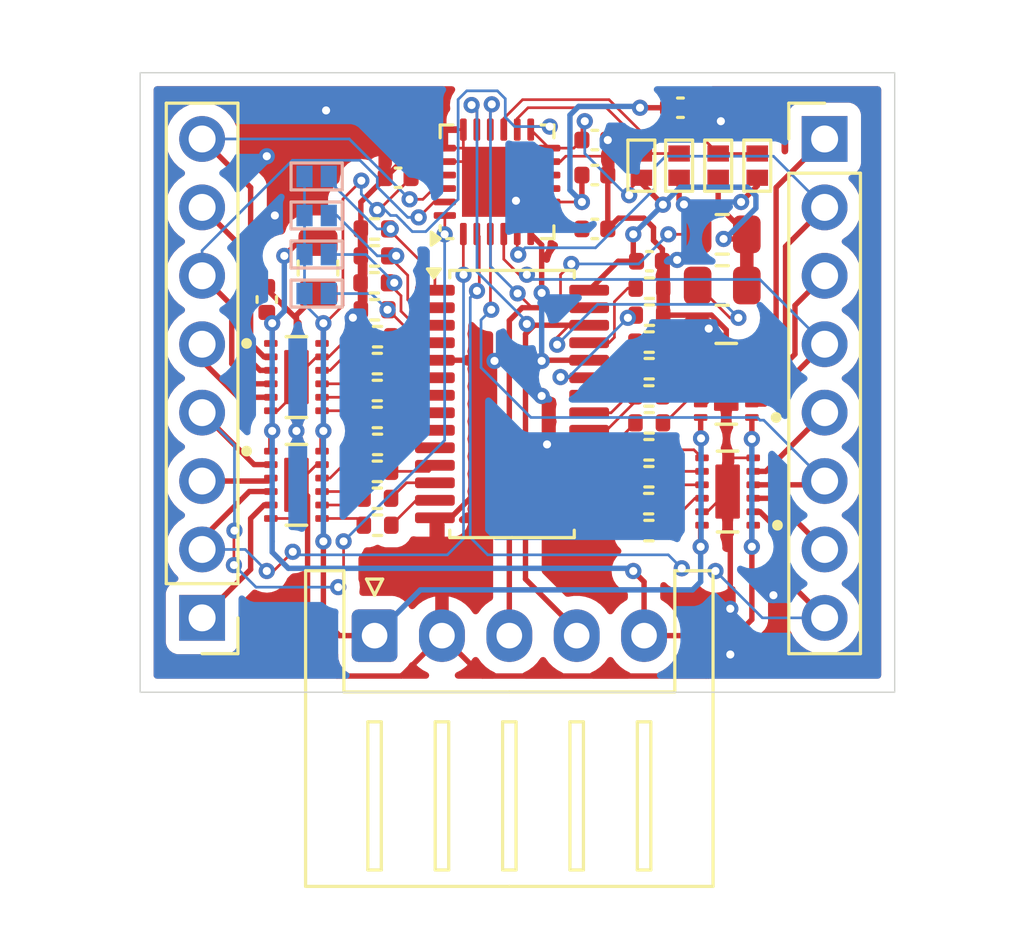
<source format=kicad_pcb>
(kicad_pcb (version 20240108) (generator "pcbnew") (generator_version "8.0")
  (layers (0 "F.Cu" signal) (31 "B.Cu" signal) (34 "B.Paste" user) (35 "F.Paste" user) (36 "B.SilkS" user "B.Silkscreen") (37 "F.SilkS" user "F.Silkscreen") (38 "B.Mask" user) (39 "F.Mask" user) (44 "Edge.Cuts" user))
  (net 0 "")
  (net 1 "+3V3")
  (net 2 "+5V")
  (net 3 "Net-(U2-VREF)")
  (net 4 "Net-(U2-REFCOMP)")
  (net 5 "SCL")
  (net 6 "SDA")
  (net 7 "EOUT1")
  (net 8 "Net-(J3-Pin_7)")
  (net 9 "GOUT1")
  (net 10 "FOUT1")
  (net 11 "Net-(J3-Pin_1)")
  (net 12 "Net-(J3-Pin_5)")
  (net 13 "HOUT1")
  (net 14 "Net-(J3-Pin_3)")
  (net 15 "A0")
  (net 16 "A1")
  (net 17 "A2")
  (net 18 "A3")
  (net 19 "A4")
  (net 20 "BOUT1")
  (net 21 "AOUT1")
  (net 22 "COUT1")
  (net 23 "DOUT1")
  (net 24 "Net-(U1-#OE)")
  (net 25 "Net-(U1-EXTCLK)")
  (net 26 "Net-(U1-PWM0)")
  (net 27 "AIN1")
  (net 28 "AIN2")
  (net 29 "Net-(U1-PWM1)")
  (net 30 "BIN1")
  (net 31 "Net-(U1-PWM2)")
  (net 32 "Net-(U1-PWM3)")
  (net 33 "BIN2")
  (net 34 "Net-(U1-PWM4)")
  (net 35 "CIN1")
  (net 36 "CIN2")
  (net 37 "Net-(U1-PWM5)")
  (net 38 "DIN1")
  (net 39 "Net-(U1-PWM6)")
  (net 40 "Net-(U1-PWM7)")
  (net 41 "DIN2")
  (net 42 "EIN1")
  (net 43 "Net-(U1-PWM8)")
  (net 44 "EIN2")
  (net 45 "Net-(U1-PWM9)")
  (net 46 "FIN1")
  (net 47 "Net-(U1-PWM10)")
  (net 48 "Net-(U1-PWM11)")
  (net 49 "FIN2")
  (net 50 "Net-(U1-PWM12)")
  (net 51 "GIN1")
  (net 52 "GIN2")
  (net 53 "Net-(U1-PWM13)")
  (net 54 "HIN1")
  (net 55 "Net-(U1-PWM14)")
  (net 56 "Net-(U1-PWM15)")
  (net 57 "HIN2")
  (net 58 "AD1")
  (net 59 "AD0")
  (net 60 "Net-(J6-Pin_1)")
  (net 61 "Net-(J6-Pin_7)")
  (net 62 "Net-(J6-Pin_5)")
  (net 63 "Net-(J6-Pin_3)")
  (footprint "test_foot:jumper" (layer "F.Cu") (at 153.3 55.7 -90)
    (property "Reference" "JP7" (hide yes))
    (property "Value" "SolderJumper_2_Open" (hide yes))
  )
  (footprint "Resistor_SMD:R_0805_2012Metric" (layer "F.Cu") (at 156.3 60.1 180)
    (property "Reference" "R26" (hide yes))
    (property "Value" "4.7kΩ" (hide yes))
  )
  (footprint "Resistor_SMD:R_0402_1005Metric" (layer "F.Cu") (at 153.6 61.2)
    (property "Reference" "R1" (hide yes))
    (property "Value" "10kΩ" (hide yes))
  )
  (footprint "Resistor_SMD:R_0402_1005Metric" (layer "F.Cu") (at 143.4 58)
    (property "Reference" "R19" (hide yes))
    (property "Value" "10kΩ" (hide yes))
  )
  (footprint "Resistor_SMD:R_0402_1005Metric" (layer "F.Cu") (at 153.59 62.2)
    (property "Reference" "R18" (hide yes))
    (property "Value" "220Ω" (hide yes))
  )
  (footprint "test_foot:jumper" (layer "F.Cu") (at 157.6 55.6 90)
    (property "Reference" "JP6" (hide yes))
    (property "Value" "SolderJumper_2_Open" (hide yes))
  )
  (footprint "DRV8835DSSR:SON50P300X200X80-13N" (layer "F.Cu") (at 140.5 63.5)
    (property "Reference" "U3" (hide yes))
    (property "Value" "~")
  )
  (footprint "Resistor_SMD:R_0402_1005Metric" (layer "F.Cu") (at 153.58 64.2)
    (property "Reference" "R16" (hide yes))
    (property "Value" "220Ω" (hide yes))
  )
  (footprint "Resistor_SMD:R_0402_1005Metric" (layer "F.Cu") (at 143.5 63 180)
    (property "Reference" "R4" (hide yes))
    (property "Value" "220Ω" (hide yes))
  )
  (footprint "Connector_PinHeader_2.54mm:PinHeader_1x08_P2.54mm_Vertical" (layer "F.Cu") (at 137 72.44 180)
    (property "Reference" "J6" (hide yes))
    (property "Value" "Conn_02x04_Top_Bottom" (hide yes))
  )
  (footprint "Connector_PinHeader_2.54mm:PinHeader_1x08_P2.54mm_Vertical" (layer "F.Cu") (at 160.1 54.66)
    (property "Reference" "J3" (hide yes))
    (property "Value" "Conn_02x04_Top_Bottom" (hide yes))
  )
  (footprint "DRV8835DSSR:SON50P300X200X80-13N" (layer "F.Cu") (at 156.45 63.75 180)
    (property "Reference" "U6" (hide yes))
    (property "Value" "~")
  )
  (footprint "Capacitor_SMD:C_0402_1005Metric" (layer "F.Cu") (at 151.57375 54.7)
    (property "Reference" "C5" (hide yes))
    (property "Value" "0.1u" (hide yes))
  )
  (footprint "Resistor_SMD:R_0402_1005Metric" (layer "F.Cu") (at 143.51 62 180)
    (property "Reference" "R3" (hide yes))
    (property "Value" "220Ω" (hide yes))
  )
  (footprint "DRV8835DSSR:SON50P300X200X80-13N" (layer "F.Cu") (at 156.5 67.75 180)
    (property "Reference" "U5" (hide yes))
    (property "Value" "~")
  )
  (footprint "Capacitor_SMD:C_0402_1005Metric" (layer "F.Cu") (at 139.4 60.62 90)
    (property "Reference" "C3" (hide yes))
    (property "Value" "10u" (hide yes))
  )
  (footprint "Resistor_SMD:R_0402_1005Metric" (layer "F.Cu") (at 153.58 66.2)
    (property "Reference" "R14" (hide yes))
    (property "Value" "220Ω" (hide yes))
  )
  (footprint "Resistor_SMD:R_0402_1005Metric" (layer "F.Cu") (at 143.39 60)
    (property "Reference" "R21" (hide yes))
    (property "Value" "10kΩ" (hide yes))
  )
  (footprint "Resistor_SMD:R_0402_1005Metric" (layer "F.Cu") (at 153.58 69.2)
    (property "Reference" "R11" (hide yes))
    (property "Value" "220Ω" (hide yes))
  )
  (footprint "Package_SO:TSSOP-28_4.4x9.7mm_P0.65mm" (layer "F.Cu") (at 148.5 64.5)
    (property "Reference" "U1" (hide yes))
    (property "Value" "PCA9685" (hide yes))
  )
  (footprint "Resistor_SMD:R_0402_1005Metric" (layer "F.Cu") (at 143.5 64 180)
    (property "Reference" "R5" (hide yes))
    (property "Value" "220Ω" (hide yes))
  )
  (footprint "Resistor_SMD:R_0402_1005Metric" (layer "F.Cu") (at 153.59 65.2)
    (property "Reference" "R15" (hide yes))
    (property "Value" "220Ω" (hide yes))
  )
  (footprint "test_foot:jumper" (layer "F.Cu") (at 156.15 55.6 90)
    (property "Reference" "JP5" (hide yes))
    (property "Value" "SolderJumper_2_Open" (hide yes))
  )
  (footprint "Resistor_SMD:R_0805_2012Metric" (layer "F.Cu") (at 156.3 58.2 180)
    (property "Reference" "R25" (hide yes))
    (property "Value" "4.7kΩ" (hide yes))
  )
  (footprint "Capacitor_SMD:C_0402_1005Metric" (layer "F.Cu") (at 153.6 59.2)
    (property "Reference" "C1" (hide yes))
    (property "Value" "10u" (hide yes))
  )
  (footprint "Resistor_SMD:R_0402_1005Metric" (layer "F.Cu") (at 153.58 67.2)
    (property "Reference" "R13" (hide yes))
    (property "Value" "220Ω" (hide yes))
  )
  (footprint "Resistor_SMD:R_0402_1005Metric" (layer "F.Cu") (at 143.5 67 180)
    (property "Reference" "R8" (hide yes))
    (property "Value" "220Ω" (hide yes))
  )
  (footprint "Resistor_SMD:R_0402_1005Metric" (layer "F.Cu") (at 143.5 68 180)
    (property "Reference" "R9" (hide yes))
    (property "Value" "220Ω" (hide yes))
  )
  (footprint "Capacitor_SMD:C_0402_1005Metric" (layer "F.Cu") (at 151.57375 56)
    (property "Reference" "C7" (hide yes))
    (property "Value" "0.1u" (hide yes))
  )
  (footprint "Resistor_SMD:R_0402_1005Metric" (layer "F.Cu") (at 143.51 69 180)
    (property "Reference" "R10" (hide yes))
    (property "Value" "220Ω" (hide yes))
  )
  (footprint "Capacitor_SMD:C_0402_1005Metric" (layer "F.Cu") (at 144.27375 56.1 180)
    (property "Reference" "C4" (hide yes))
    (property "Value" "10u" (hide yes))
  )
  (footprint "Package_DFN_QFN:QFN-24-1EP_4x4mm_P0.5mm_EP2.6x2.6mm" (layer "F.Cu") (at 147.94375 56.25 90)
    (property "Reference" "U2" (hide yes))
    (property "Value" "LTC2309xUF" (hide yes))
  )
  (footprint "Connector_JST:JST_XH_S5B-XH-A_1x05_P2.50mm_Horizontal" (layer "F.Cu") (at 143.4 73.1)
    (property "Reference" "J1" (hide yes))
    (property "Value" "Conn_01x05_Pin" (hide yes))
  )
  (footprint "Capacitor_SMD:C_0805_2012Metric" (layer "F.Cu") (at 141.3 59.45 -90)
    (property "Reference" "C2" (hide yes))
    (property "Value" "47u" (hide yes))
  )
  (footprint "Resistor_SMD:R_0402_1005Metric" (layer "F.Cu") (at 153.57 68.2)
    (property "Reference" "R12" (hide yes))
    (property "Value" "220Ω" (hide yes))
  )
  (footprint "test_foot:jumper" (layer "F.Cu") (at 154.7 55.6 90)
    (property "Reference" "JP8" (hide yes))
    (property "Value" "SolderJumper_2_Open" (hide yes))
  )
  (footprint "Resistor_SMD:R_0402_1005Metric" (layer "F.Cu") (at 143.5 65 180)
    (property "Reference" "R6" (hide yes))
    (property "Value" "220Ω" (hide yes))
  )
  (footprint "Resistor_SMD:R_0402_1005Metric" (layer "F.Cu") (at 143.4 59)
    (property "Reference" "R20" (hide yes))
    (property "Value" "10kΩ" (hide yes))
  )
  (footprint "Capacitor_SMD:C_0402_1005Metric" (layer "F.Cu") (at 154.75 53.5)
    (property "Reference" "C8" (hide yes))
    (property "Value" "10u")
  )
  (footprint "Resistor_SMD:R_0402_1005Metric" (layer "F.Cu") (at 153.6 60.2)
    (property "Reference" "R2" (hide yes))
    (property "Value" "10kΩ" (hide yes))
  )
  (footprint "Resistor_SMD:R_0402_1005Metric" (layer "F.Cu") (at 143.4 61)
    (property "Reference" "R22" (hide yes))
    (property "Value" "10kΩ" (hide yes))
  )
  (footprint "Capacitor_SMD:C_0402_1005Metric" (layer "F.Cu") (at 151.57375 58)
    (property "Reference" "C6" (hide yes))
    (property "Value" "2.2u" (hide yes))
  )
  (footprint "Resistor_SMD:R_0402_1005Metric" (layer "F.Cu") (at 143.51 66 180)
    (property "Reference" "R7" (hide yes))
    (property "Value" "220Ω" (hide yes))
  )
  (footprint "Resistor_SMD:R_0402_1005Metric" (layer "F.Cu") (at 153.59 63.19)
    (property "Reference" "R17" (hide yes))
    (property "Value" "220Ω" (hide yes))
  )
  (footprint "DRV8835DSSR:SON50P300X200X80-13N" (layer "F.Cu") (at 140.5 67.5)
    (property "Reference" "U4" (hide yes))
    (property "Value" "~")
  )
  (footprint "test_foot:jumper" (layer "B.Cu") (at 141.3 57.5)
    (property "Reference" "JP2" (hide yes))
    (property "Value" "SolderJumper_2_Open" (hide yes))
  )
  (footprint "test_foot:jumper" (layer "B.Cu") (at 141.3 60.4)
    (property "Reference" "JP4" (hide yes))
    (property "Value" "SolderJumper_2_Open" (hide yes))
  )
  (footprint "test_foot:jumper" (layer "B.Cu") (at 141.3 56.05)
    (property "Reference" "JP1" (hide yes))
    (property "Value" "SolderJumper_2_Open" (hide yes))
  )
  (footprint "test_foot:jumper" (layer "B.Cu") (at 141.3 58.95)
    (property "Reference" "JP3" (hide yes))
    (property "Value" "SolderJumper_2_Open" (hide yes))
  )
  (gr_rect (start 134.7 52.2) (end 162.7 75.2) (stroke (width 0.05)) (fill none) (layer "Edge.Cuts"))
  (segment (start 142.907966 56.207966) (end 142.225 56.890932) (width 0.1) (layer "F.Cu") (net 1))
  (segment (start 142.225 56.890932) (end 142.225 60.843324) (width 0.1) (layer "F.Cu") (net 1))
  (segment (start 157.2125 58.2) (end 157.2125 60.1) (width 0.5) (layer "F.Cu") (net 1))
  (segment (start 153.12 59.2) (end 152.4375 59.2) (width 0.2) (layer "F.Cu") (net 1))
  (segment (start 149.88125 55) (end 150.79375 55) (width 0.1) (layer "F.Cu") (net 1))
  (segment (start 150.79375 55) (end 151.09375 54.7) (width 0.1) (layer "F.Cu") (net 1))
  (segment (start 149.9 54.2) (end 149.30625 54.2) (width 0.1) (layer "F.Cu") (net 1))
  (segment (start 142.1 73.1) (end 141.5 72.5) (width 0.2) (layer "F.Cu") (net 1))
  (segment (start 151.09375 54.7) (end 151.09375 54.10625) (width 0.1) (layer "F.Cu") (net 1))
  (segment (start 156.15 56.1) (end 156.15 57.1375) (width 0.2) (layer "F.Cu") (net 1))
  (segment (start 153 58.2) (end 153 59.08) (width 0.2) (layer "F.Cu") (net 1))
  (segment (start 155.5 69.8) (end 155.5 69.05) (width 0.2) (layer "F.Cu") (net 1))
  (segment (start 154.1 57.1) (end 153.3 56.3) (width 0.2) (layer "F.Cu") (net 1))
  (segment (start 153 59.08) (end 153.12 59.2) (width 0.2) (layer "F.Cu") (net 1))
  (segment (start 151.09375 54.10625) (end 151.2 54) (width 0.1) (layer "F.Cu") (net 1))
  (segment (start 156.15 57.1375) (end 157.2125 58.2) (width 0.2) (layer "F.Cu") (net 1))
  (segment (start 143.4 73.1) (end 142.1 73.1) (width 0.2) (layer "F.Cu") (net 1))
  (segment (start 155.5 65) (end 155.5 65.761) (width 0.2) (layer "F.Cu") (net 1))
  (segment (start 152.4375 59.2) (end 151.3625 60.275) (width 0.2) (layer "F.Cu") (net 1))
  (segment (start 153.3 56.3) (end 153.3 56.1) (width 0.2) (layer "F.Cu") (net 1))
  (segment (start 141.5 61.5) (end 141.5 62.2) (width 0.2) (layer "F.Cu") (net 1))
  (segment (start 155.5 65.761) (end 155.515 65.776) (width 0.2) (layer "F.Cu") (net 1))
  (segment (start 156.35 58.370774) (end 157.041726 58.370774) (width 0.2) (layer "F.Cu") (net 1))
  (segment (start 143.498527 57.29743) (end 143.55632 57.29743) (width 0.1) (layer "F.Cu") (net 1))
  (segment (start 155.5 69.05) (end 155.55 69) (width 0.2) (layer "F.Cu") (net 1))
  (segment (start 141.5 72.5) (end 141.5 69.6) (width 0.2) (layer "F.Cu") (net 1))
  (segment (start 157.041726 58.370774) (end 157.2125 58.2) (width 0.2) (layer "F.Cu") (net 1))
  (segment (start 152.846446 56.553554) (end 153.3 56.1) (width 0.1) (layer "F.Cu") (net 1))
  (segment (start 149.19375 54.3125) (end 149.88125 55) (width 0.1) (layer "F.Cu") (net 1))
  (segment (start 144.85375 56) (end 144.75375 56.1) (width 0.1) (layer "F.Cu") (net 1))
  (segment (start 149.30625 54.2) (end 149.19375 54.3125) (width 0.1) (layer "F.Cu") (net 1))
  (segment (start 152.846446 56.746446) (end 152.846446 56.553554) (width 0.1) (layer "F.Cu") (net 1))
  (segment (start 146.00625 56) (end 144.85375 56) (width 0.1) (layer "F.Cu") (net 1))
  (segment (start 143.55632 57.29743) (end 144.75375 56.1) (width 0.1) (layer "F.Cu") (net 1))
  (segment (start 142.225 60.843324) (end 141.568324 61.5) (width 0.1) (layer "F.Cu") (net 1))
  (segment (start 141.45 66.25) (end 141.45 65.55) (width 0.2) (layer "F.Cu") (net 1))
  (segment (start 141.45 65.55) (end 141.5 65.5) (width 0.2) (layer "F.Cu") (net 1))
  (segment (start 141.5 62.2) (end 141.45 62.25) (width 0.2) (layer "F.Cu") (net 1))
  (segment (start 141.568324 61.5) (end 141.5 61.5) (width 0.1) (layer "F.Cu") (net 1))
  (via (at 156.35 58.370774) (size 0.6) (drill 0.3) (layers "F.Cu" "B.Cu") (net 1))
  (via (at 151.2 54) (size 0.6) (drill 0.3) (layers "F.Cu" "B.Cu") (net 1))
  (via (at 152.846446 56.746446) (size 0.6) (drill 0.3) (layers "F.Cu" "B.Cu") (net 1))
  (via (at 143.498527 57.29743) (size 0.6) (drill 0.3) (layers "F.Cu" "B.Cu") (net 1))
  (via (at 149.9 54.2) (size 0.6) (drill 0.3) (layers "F.Cu" "B.Cu") (net 1))
  (via (at 153 58.2) (size 0.6) (drill 0.3) (layers "F.Cu" "B.Cu") (net 1))
  (via (at 155.515 65.776) (size 0.6) (drill 0.3) (layers "F.Cu" "B.Cu") (net 1))
  (via (at 141.5 65.5) (size 0.6) (drill 0.3) (layers "F.Cu" "B.Cu") (net 1))
  (via (at 141.5 61.5) (size 0.6) (drill 0.3) (layers "F.Cu" "B.Cu") (net 1))
  (via (at 141.5 69.6) (size 0.6) (drill 0.3) (layers "F.Cu" "B.Cu") (net 1))
  (via (at 154.1 57.1) (size 0.6) (drill 0.3) (layers "F.Cu" "B.Cu") (net 1))
  (via (at 142.907966 56.207966) (size 0.6) (drill 0.3) (layers "F.Cu" "B.Cu") (net 1))
  (via (at 155.5 69.8) (size 0.6) (drill 0.3) (layers "F.Cu" "B.Cu") (net 1))
  (segment (start 144.8 58.1) (end 145.3 58.1) (width 0.1) (layer "B.Cu") (net 1))
  (segment (start 143.30257 57.29743) (end 143.3 57.3) (width 0.1) (layer "B.Cu") (net 1))
  (segment (start 143.498527 57.29743) (end 142.907966 56.706869) (width 0.1) (layer "B.Cu") (net 1))
  (segment (start 156.407044 58.370774) (end 156.35 58.370774) (width 0.2) (layer "B.Cu") (net 1))
  (segment (start 154.1 57.1) (end 153 58.2) (width 0.2) (layer "B.Cu") (net 1))
  (segment (start 142.907966 56.706869) (end 142.907966 56.207966) (width 0.1) (layer "B.Cu") (net 1))
  (segment (start 151.2 55.2) (end 152.746446 56.746446) (width 0.1) (layer "B.Cu") (net 1))
  (segment (start 155.2 71.4) (end 145.1 71.4) (width 0.2) (layer "B.Cu") (net 1))
  (segment (start 155.5 69.8) (end 155.5 71.1) (width 0.2) (layer "B.Cu") (net 1))
  (segment (start 154.740902 56.45) (end 157.227818 56.45) (width 0.2) (layer "B.Cu") (net 1))
  (segment (start 148.6 54.2) (end 149.9 54.2) (width 0.1) (layer "B.Cu") (net 1))
  (segment (start 144.5 57.8) (end 144.8 58.1) (width 0.1) (layer "B.Cu") (net 1))
  (segment (start 140.8 60.4) (end 140.8 60.8) (width 0.1) (layer "B.Cu") (net 1))
  (segment (start 143.790323 57.29743) (end 143.992893 57.5) (width 0.1) (layer "B.Cu") (net 1))
  (segment (start 154.1 57.090902) (end 154.740902 56.45) (width 0.2) (layer "B.Cu") (net 1))
  (segment (start 146.82023 52.872663) (end 147.956611 52.872663) (width 0.1) (layer "B.Cu") (net 1))
  (segment (start 140.8 60.8) (end 141.5 61.5) (width 0.1) (layer "B.Cu") (net 1))
  (segment (start 155.515 69.785) (end 155.5 69.8) (width 0.2) (layer "B.Cu") (net 1))
  (segment (start 155.5 71.1) (end 155.2 71.4) (width 0.2) (layer "B.Cu") (net 1))
  (segment (start 155.515 65.776) (end 155.515 69.785) (width 0.2) (layer "B.Cu") (net 1))
  (segment (start 152.746446 56.746446) (end 152.846446 56.746446) (width 0.1) (layer "B.Cu") (net 1))
  (segment (start 157.55 57.227818) (end 156.407044 58.370774) (width 0.2) (layer "B.Cu") (net 1))
  (segment (start 144.207107 57.5) (end 144.5 57.792893) (width 0.1) (layer "B.Cu") (net 1))
  (segment (start 144.5 57.792893) (end 144.5 57.8) (width 0.1) (layer "B.Cu") (net 1))
  (segment (start 146.5 56.9) (end 146.5 53.192893) (width 0.1) (layer "B.Cu") (net 1))
  (segment (start 151.2 54) (end 151.2 55.2) (width 0.1) (layer "B.Cu") (net 1))
  (segment (start 140.8 56.05) (end 140.8 60.4) (width 0.1) (layer "B.Cu") (net 1))
  (segment (start 157.55 56.772182) (end 157.55 57.227818) (width 0.2) (layer "B.Cu") (net 1))
  (segment (start 143.498527 57.29743) (end 143.790323 57.29743) (width 0.1) (layer "B.Cu") (net 1))
  (segment (start 146.5 53.192893) (end 146.82023 52.872663) (width 0.1) (layer "B.Cu") (net 1))
  (segment (start 148.249504 53.165556) (end 148.249504 53.849504) (width 0.1) (layer "B.Cu") (net 1))
  (segment (start 143.992893 57.5) (end 144.207107 57.5) (width 0.1) (layer "B.Cu") (net 1))
  (segment (start 148.249504 53.849504) (end 148.6 54.2) (width 0.1) (layer "B.Cu") (net 1))
  (segment (start 145.1 71.4) (end 143.4 73.1) (width 0.2) (layer "B.Cu") (net 1))
  (segment (start 145.3 58.1) (end 146.5 56.9) (width 0.1) (layer "B.Cu") (net 1))
  (segment (start 154.1 57.1) (end 154.1 57.090902) (width 0.2) (layer "B.Cu") (net 1))
  (segment (start 157.227818 56.45) (end 157.55 56.772182) (width 0.2) (layer "B.Cu") (net 1))
  (segment (start 141.5 65.5) (end 141.5 61.5) (width 0.2) (layer "B.Cu") (net 1))
  (segment (start 147.956611 52.872663) (end 148.249504 53.165556) (width 0.1) (layer "B.Cu") (net 1))
  (segment (start 141.5 65.5) (end 141.5 69.6) (width 0.2) (layer "B.Cu") (net 1))
  (segment (start 139.6 61.5) (end 139.6 62.2) (width 0.2) (layer "F.Cu") (net 2))
  (segment (start 139.6 62.2) (end 139.55 62.25) (width 0.2) (layer "F.Cu") (net 2))
  (segment (start 139.4 61.1) (end 139.4 61.3) (width 0.2) (layer "F.Cu") (net 2))
  (segment (start 153.4 73.1) (end 156.8 73.1) (width 0.2) (layer "F.Cu") (net 2))
  (segment (start 157.4 69.8) (end 157.4 69.05) (width 0.2) (layer "F.Cu") (net 2))
  (segment (start 153 70.7) (end 153.4 71.1) (width 0.2) (layer "F.Cu") (net 2))
  (segment (start 157.4 69.05) (end 157.45 69) (width 0.2) (layer "F.Cu") (net 2))
  (segment (start 157.4 72.5) (end 157.4 69.8) (width 0.2) (layer "F.Cu") (net 2))
  (segment (start 153.4 71.1) (end 153.4 73.1) (width 0.2) (layer "F.Cu") (net 2))
  (segment (start 140.549998 58.5) (end 140.049998 59) (width 0.2) (layer "F.Cu") (net 2))
  (segment (start 141.3 58.5) (end 140.549998 58.5) (width 0.2) (layer "F.Cu") (net 2))
  (segment (start 157.4 65) (end 157.4 65.8) (width 0.2) (layer "F.Cu") (net 2))
  (segment (start 139.55 65.55) (end 139.6 65.5) (width 0.2) (layer "F.Cu") (net 2))
  (segment (start 139.4 61.3) (end 139.6 61.5) (width 0.2) (layer "F.Cu") (net 2))
  (segment (start 139.55 66.25) (end 139.55 65.55) (width 0.2) (layer "F.Cu") (net 2))
  (segment (start 156.8 73.1) (end 157.4 72.5) (width 0.2) (layer "F.Cu") (net 2))
  (via (at 153 70.7) (size 0.6) (drill 0.3) (layers "F.Cu" "B.Cu") (net 2))
  (via (at 140.049998 59) (size 0.6) (drill 0.3) (layers "F.Cu" "B.Cu") (net 2))
  (via (at 157.4 65.8) (size 0.6) (drill 0.3) (layers "F.Cu" "B.Cu") (net 2))
  (via (at 139.6 61.5) (size 0.6) (drill 0.3) (layers "F.Cu" "B.Cu") (net 2))
  (via (at 139.6 65.5) (size 0.6) (drill 0.3) (layers "F.Cu" "B.Cu") (net 2))
  (via (at 157.4 69.8) (size 0.6) (drill 0.3) (layers "F.Cu" "B.Cu") (net 2))
  (segment (start 139.6 65.5) (end 139.6 61.5) (width 0.2) (layer "B.Cu") (net 2))
  (segment (start 139.6 70) (end 140.2 70.6) (width 0.2) (layer "B.Cu") (net 2))
  (segment (start 140.2 70.6) (end 152.9 70.6) (width 0.2) (layer "B.Cu") (net 2))
  (segment (start 157.4 65.8) (end 157.4 69.8) (width 0.2) (layer "B.Cu") (net 2))
  (segment (start 152.9 70.6) (end 153 70.7) (width 0.2) (layer "B.Cu") (net 2))
  (segment (start 140.049998 59) (end 140.049998 61.050002) (width 0.2) (layer "B.Cu") (net 2))
  (segment (start 139.6 65.5) (end 139.6 69.6) (width 0.2) (layer "B.Cu") (net 2))
  (segment (start 140.049998 61.050002) (end 139.6 61.5) (width 0.2) (layer "B.Cu") (net 2))
  (segment (start 139.6 69.6) (end 139.6 70) (width 0.2) (layer "B.Cu") (net 2))
  (segment (start 150.38125 58) (end 149.88125 57.5) (width 0.1) (layer "F.Cu") (net 3))
  (segment (start 151.09375 58) (end 150.38125 58) (width 0.1) (layer "F.Cu") (net 3))
  (segment (start 151.09375 57) (end 149.88125 57) (width 0.1) (layer "F.Cu") (net 4))
  (segment (start 151.09375 56) (end 151.09375 57) (width 0.2) (layer "F.Cu") (net 4))
  (segment (start 154.27 53.5) (end 153.25 53.5) (width 0.2) (layer "F.Cu") (net 4))
  (via (at 153.25 53.5) (size 0.6) (drill 0.3) (layers "F.Cu" "B.Cu") (net 4))
  (via (at 151.09375 57) (size 0.6) (drill 0.3) (layers "F.Cu" "B.Cu") (net 4))
  (segment (start 150.65 53.772182) (end 150.65 56.55625) (width 0.2) (layer "B.Cu") (net 4))
  (segment (start 153.2 53.45) (end 150.972182 53.45) (width 0.2) (layer "B.Cu") (net 4))
  (segment (start 150.972182 53.45) (end 150.65 53.772182) (width 0.2) (layer "B.Cu") (net 4))
  (segment (start 150.65 56.55625) (end 151.09375 57) (width 0.2) (layer "B.Cu") (net 4))
  (segment (start 153.25 53.5) (end 153.2 53.45) (width 0.2) (layer "B.Cu") (net 4))
  (segment (start 149 61.9) (end 149.325 61.575) (width 0.2) (layer "F.Cu") (net 5))
  (segment (start 147 53.4) (end 147.19375 53.59375) (width 0.1) (layer "F.Cu") (net 5))
  (segment (start 156.5875 61.3) (end 155.3875 60.1) (width 0.1) (layer "F.Cu") (net 5))
  (segment (start 149.325 61.575) (end 151.3625 61.575) (width 0.2) (layer "F.Cu") (net 5))
  (segment (start 150.175001 62.297107) (end 150.175001 62.025) (width 0.1) (layer "F.Cu") (net 5))
  (segment (start 149.05 61.527817) (end 149.097183 61.575) (width 0.1) (layer "F.Cu") (net 5))
  (segment (start 147.19375 53.59375) (end 147.19375 54.3125) (width 0.1) (layer "F.Cu") (net 5))
  (segment (start 150.625001 61.575) (end 151.3625 61.575) (width 0.1) (layer "F.Cu") (net 5))
  (segment (start 156.9 61.3) (end 156.5875 61.3) (width 0.1) (layer "F.Cu") (net 5))
  (segment (start 149.097183 61.575) (end 151.3625 61.575) (width 0.1) (layer "F.Cu") (net 5))
  (segment (start 149 71) (end 149 61.9) (width 0.2) (layer "F.Cu") (net 5))
  (segment (start 150.175001 62.025) (end 150.625001 61.575) (width 0.1) (layer "F.Cu") (net 5))
  (segment (start 150.9 72.9) (end 149 71) (width 0.2) (layer "F.Cu") (net 5))
  (segment (start 150.9 73.1) (end 150.9 72.9) (width 0.2) (layer "F.Cu") (net 5))
  (via (at 147 53.4) (size 0.6) (drill 0.3) (layers "F.Cu" "B.Cu") (net 5))
  (via (at 150.175001 62.297107) (size 0.6) (drill 0.3) (layers "F.Cu" "B.Cu") (net 5))
  (via (at 156.9 61.3) (size 0.6) (drill 0.3) (layers "F.Cu" "B.Cu") (net 5))
  (via (at 149.05 61.527817) (size 0.6) (drill 0.3) (layers "F.Cu" "B.Cu") (net 5))
  (segment (start 156.4 60.8) (end 151.672108 60.8) (width 0.1) (layer "B.Cu") (net 5))
  (segment (start 156.9 61.3) (end 156.4 60.8) (width 0.1) (layer "B.Cu") (net 5))
  (segment (start 147.2 59.592893) (end 149.05 61.442893) (width 0.1) (layer "B.Cu") (net 5))
  (segment (start 151.672108 60.8) (end 150.175001 62.297107) (width 0.1) (layer "B.Cu") (net 5))
  (segment (start 147 53.4) (end 147.2 53.6) (width 0.1) (layer "B.Cu") (net 5))
  (segment (start 147.2 53.6) (end 147.2 59.592893) (width 0.1) (layer "B.Cu") (net 5))
  (segment (start 149.05 61.442893) (end 149.05 61.527817) (width 0.1) (layer "B.Cu") (net 5))
  (segment (start 148.875 60.925) (end 151.3625 60.925) (width 0.2) (layer "F.Cu") (net 6))
  (segment (start 149.239215 60.925) (end 150.3 60.925) (width 0.1) (layer "F.Cu") (net 6))
  (segment (start 147.69375 53.428417) (end 147.749504 53.372663) (width 0.1) (layer "F.Cu") (net 6))
  (segment (start 150.3 60.925) (end 151.3625 60.925) (width 0.1) (layer "F.Cu") (net 6))
  (segment (start 155.3875 58.2) (end 154.3 58.2) (width 0.1) (layer "F.Cu") (net 6))
  (segment (start 150.7 59.3) (end 150.3 59.7) (width 0.1) (layer "F.Cu") (net 6))
  (segment (start 148.707107 60.392892) (end 149.239215 60.925) (width 0.1) (layer "F.Cu") (net 6))
  (segment (start 148.4 73.1) (end 148.4 61.4) (width 0.2) (layer "F.Cu") (net 6))
  (segment (start 147.69375 54.3125) (end 147.69375 53.428417) (width 0.1) (layer "F.Cu") (net 6))
  (segment (start 150.3 59.7) (end 150.3 60.925) (width 0.1) (layer "F.Cu") (net 6))
  (segment (start 148.4 61.4) (end 148.875 60.925) (width 0.2) (layer "F.Cu") (net 6))
  (via (at 147.749504 53.372663) (size 0.6) (drill 0.3) (layers "F.Cu" "B.Cu") (net 6))
  (via (at 148.707107 60.392892) (size 0.6) (drill 0.3) (layers "F.Cu" "B.Cu") (net 6))
  (via (at 150.7 59.3) (size 0.6) (drill 0.3) (layers "F.Cu" "B.Cu") (net 6))
  (via (at 154.3 58.2) (size 0.6) (drill 0.3) (layers "F.Cu" "B.Cu") (net 6))
  (segment (start 147.749504 53.372663) (end 147.7 53.422167) (width 0.1) (layer "B.Cu") (net 6))
  (segment (start 147.7 53.422167) (end 147.7 59.385785) (width 0.1) (layer "B.Cu") (net 6))
  (segment (start 147.7 59.385785) (end 148.707107 60.392892) (width 0.1) (layer "B.Cu") (net 6))
  (segment (start 153.2 59.3) (end 150.7 59.3) (width 0.1) (layer "B.Cu") (net 6))
  (segment (start 154.3 58.2) (end 153.2 59.3) (width 0.1) (layer "B.Cu") (net 6))
  (segment (start 147.285653 58.279403) (end 147.19375 58.1875) (width 0.1) (layer "F.Cu") (net 7))
  (segment (start 158.4 70.74) (end 160.1 72.44) (width 0.2) (layer "F.Cu") (net 7))
  (segment (start 156.05 70.7) (end 154.9 70.7) (width 0.1) (layer "F.Cu") (net 7))
  (segment (start 147.285653 60.214347) (end 147.285653 58.279403) (width 0.1) (layer "F.Cu") (net 7))
  (segment (start 158.4 69.2) (end 158.4 70.74) (width 0.2) (layer "F.Cu") (net 7))
  (segment (start 157.7 68.5) (end 158.4 69.2) (width 0.2) (layer "F.Cu") (net 7))
  (segment (start 147.2 60.3) (end 147.285653 60.214347) (width 0.1) (layer "F.Cu") (net 7))
  (segment (start 157.45 68.5) (end 157.7 68.5) (width 0.2) (layer "F.Cu") (net 7))
  (segment (start 154.9 70.7) (end 154.8 70.6) (width 0.1) (layer "F.Cu") (net 7))
  (via (at 154.8 70.6) (size 0.6) (drill 0.3) (layers "F.Cu" "B.Cu") (net 7))
  (via (at 156.05 70.7) (size 0.6) (drill 0.3) (layers "F.Cu" "B.Cu") (net 7))
  (via (at 147.2 60.3) (size 0.6) (drill 0.3) (layers "F.Cu" "B.Cu") (net 7))
  (segment (start 147.6 70.1) (end 154.3 70.1) (width 0.1) (layer "B.Cu") (net 7))
  (segment (start 156.05 70.7) (end 157.79 72.44) (width 0.1) (layer "B.Cu") (net 7))
  (segment (start 146.95 69.45) (end 147.6 70.1) (width 0.1) (layer "B.Cu") (net 7))
  (segment (start 157.79 72.44) (end 160.1 72.44) (width 0.1) (layer "B.Cu") (net 7))
  (segment (start 147.2 60.3) (end 146.95 60.55) (width 0.1) (layer "B.Cu") (net 7))
  (segment (start 154.3 70.1) (end 154.8 70.6) (width 0.1) (layer "B.Cu") (net 7))
  (segment (start 146.95 60.55) (end 146.95 69.45) (width 0.1) (layer "B.Cu") (net 7))
  (segment (start 160.1 69.9) (end 158.2 68) (width 0.2) (layer "F.Cu") (net 8))
  (segment (start 158.2 68) (end 157.45 68) (width 0.2) (layer "F.Cu") (net 8))
  (segment (start 149.05 59.7) (end 148.770178 59.7) (width 0.1) (layer "F.Cu") (net 9))
  (segment (start 148.770178 59.7) (end 148.19375 59.123572) (width 0.1) (layer "F.Cu") (net 9))
  (segment (start 157.88 64.5) (end 160.1 62.28) (width 0.2) (layer "F.Cu") (net 9))
  (segment (start 157.4 64.5) (end 157.88 64.5) (width 0.2) (layer "F.Cu") (net 9))
  (segment (start 148.19375 59.123572) (end 148.19375 58.1875) (width 0.1) (layer "F.Cu") (net 9))
  (via (at 149.05 59.7) (size 0.6) (drill 0.3) (layers "F.Cu" "B.Cu") (net 9))
  (segment (start 149.225 59.875) (end 157.695 59.875) (width 0.1) (layer "B.Cu") (net 9))
  (segment (start 157.695 59.875) (end 160.1 62.28) (width 0.1) (layer "B.Cu") (net 9))
  (segment (start 149.05 59.7) (end 149.225 59.875) (width 0.1) (layer "B.Cu") (net 9))
  (segment (start 159.96 67.5) (end 157.45 67.5) (width 0.2) (layer "F.Cu") (net 10))
  (segment (start 147.7 60.969668) (end 147.7 58.19375) (width 0.1) (layer "F.Cu") (net 10))
  (segment (start 147.730332 61) (end 147.7 60.969668) (width 0.1) (layer "F.Cu") (net 10))
  (segment (start 160.1 67.36) (end 159.96 67.5) (width 0.2) (layer "F.Cu") (net 10))
  (segment (start 147.7 58.19375) (end 147.69375 58.1875) (width 0.1) (layer "F.Cu") (net 10))
  (via (at 147.730332 61) (size 0.6) (drill 0.3) (layers "F.Cu" "B.Cu") (net 10))
  (segment (start 157.84 65.1) (end 160.1 67.36) (width 0.1) (layer "B.Cu") (net 10))
  (segment (start 147.35 63.15) (end 149.2 65) (width 0.1) (layer "B.Cu") (net 10))
  (segment (start 157.7 65.1) (end 157.84 65.1) (width 0.1) (layer "B.Cu") (net 10))
  (segment (start 147.35 61.380332) (end 147.35 63.15) (width 0.1) (layer "B.Cu") (net 10))
  (segment (start 157.6 65) (end 157.7 65.1) (width 0.1) (layer "B.Cu") (net 10))
  (segment (start 147.730332 61) (end 147.35 61.380332) (width 0.1) (layer "B.Cu") (net 10))
  (segment (start 149.2 65) (end 157.6 65) (width 0.1) (layer "B.Cu") (net 10))
  (segment (start 157.4 63) (end 157.60065 63) (width 0.2) (layer "F.Cu") (net 11))
  (segment (start 158.3 62.30065) (end 158.3 56.46) (width 0.2) (layer "F.Cu") (net 11))
  (segment (start 157.60065 63) (end 158.3 62.30065) (width 0.2) (layer "F.Cu") (net 11))
  (segment (start 158.3 56.46) (end 160.1 54.66) (width 0.2) (layer "F.Cu") (net 11))
  (segment (start 157.92 67) (end 160.1 64.82) (width 0.2) (layer "F.Cu") (net 12))
  (segment (start 157.45 67) (end 157.92 67) (width 0.2) (layer "F.Cu") (net 12))
  (segment (start 158.65 62.5) (end 157.65 63.5) (width 0.2) (layer "F.Cu") (net 13))
  (segment (start 160.1 57.2) (end 158.65 58.65) (width 0.2) (layer "F.Cu") (net 13))
  (segment (start 148.69375 58.916465) (end 148.730332 58.953047) (width 0.1) (layer "F.Cu") (net 13))
  (segment (start 148.69375 58.1875) (end 148.69375 58.916465) (width 0.1) (layer "F.Cu") (net 13))
  (segment (start 158.65 58.65) (end 158.65 62.5) (width 0.2) (layer "F.Cu") (net 13))
  (segment (start 157.65 63.5) (end 157.4 63.5) (width 0.2) (layer "F.Cu") (net 13))
  (via (at 148.730332 58.953047) (size 0.6) (drill 0.3) (layers "F.Cu" "B.Cu") (net 13))
  (segment (start 153.8 56.499999) (end 153.8 55.7) (width 0.1) (layer "B.Cu") (net 13))
  (segment (start 154.2 55.3) (end 158.2 55.3) (width 0.1) (layer "B.Cu") (net 13))
  (segment (start 148.730332 58.953047) (end 148.983379 58.7) (width 0.1) (layer "B.Cu") (net 13))
  (segment (start 153.8 55.7) (end 154.2 55.3) (width 0.1) (layer "B.Cu") (net 13))
  (segment (start 158.2 55.3) (end 160.1 57.2) (width 0.1) (layer "B.Cu") (net 13))
  (segment (start 148.983379 58.7) (end 151.599999 58.7) (width 0.1) (layer "B.Cu") (net 13))
  (segment (start 151.599999 58.7) (end 153.8 56.499999) (width 0.1) (layer "B.Cu") (net 13))
  (segment (start 159 60.84) (end 160.1 59.74) (width 0.2) (layer "F.Cu") (net 14))
  (segment (start 157.65 64) (end 159 62.65) (width 0.2) (layer "F.Cu") (net 14))
  (segment (start 159 62.65) (end 159 60.84) (width 0.2) (layer "F.Cu") (net 14))
  (segment (start 157.4 64) (end 157.65 64) (width 0.2) (layer "F.Cu") (net 14))
  (segment (start 145.6375 60.275) (end 145.6375 59.7275) (width 0.1) (layer "F.Cu") (net 15))
  (segment (start 143.91 58) (end 144 58) (width 0.1) (layer "F.Cu") (net 15))
  (segment (start 145.6375 59.7275) (end 143.91 58) (width 0.1) (layer "F.Cu") (net 15))
  (via (at 144 58) (size 0.6) (drill 0.3) (layers "F.Cu" "B.Cu") (net 15))
  (segment (start 143.49399 58) (end 141.7 56.20601) (width 0.1) (layer "B.Cu") (net 15))
  (segment (start 144 58) (end 143.49399 58) (width 0.1) (layer "B.Cu") (net 15))
  (segment (start 141.7 56.20601) (end 141.7 56.05) (width 0.1) (layer "B.Cu") (net 15))
  (segment (start 144.925 60.925) (end 145.6375 60.925) (width 0.1) (layer "F.Cu") (net 16))
  (segment (start 143.91 59) (end 144.63 59.72) (width 0.1) (layer "F.Cu") (net 16))
  (segment (start 144.63 60.63) (end 144.925 60.925) (width 0.1) (layer "F.Cu") (net 16))
  (segment (start 144.2 59) (end 144.201446 58.998554) (width 0.1) (layer "F.Cu") (net 16))
  (segment (start 144.63 59.72) (end 144.63 60.63) (width 0.1) (layer "F.Cu") (net 16))
  (segment (start 143.91 59) (end 144.2 59) (width 0.1) (layer "F.Cu") (net 16))
  (via (at 144.201446 58.998554) (size 0.6) (drill 0.3) (layers "F.Cu" "B.Cu") (net 16))
  (segment (start 142 57.5) (end 141.7 57.5) (width 0.1) (layer "B.Cu") (net 16))
  (segment (start 143.498554 58.998554) (end 142 57.5) (width 0.1) (layer "B.Cu") (net 16))
  (segment (start 144.201446 58.998554) (end 143.498554 58.998554) (width 0.1) (layer "B.Cu") (net 16))
  (segment (start 144.900001 61.575) (end 144.38 61.054999) (width 0.1) (layer "F.Cu") (net 17))
  (segment (start 144.128554 60) (end 144.13 59.998554) (width 0.1) (layer "F.Cu") (net 17))
  (segment (start 144.38 61.054999) (end 144.38 60.48) (width 0.1) (layer "F.Cu") (net 17))
  (segment (start 144.38 60.48) (end 143.9 60) (width 0.1) (layer "F.Cu") (net 17))
  (segment (start 145.6375 61.575) (end 144.900001 61.575) (width 0.1) (layer "F.Cu") (net 17))
  (segment (start 143.9 60) (end 144.128554 60) (width 0.1) (layer "F.Cu") (net 17))
  (via (at 144.13 59.998554) (size 0.6) (drill 0.3) (layers "F.Cu" "B.Cu") (net 17))
  (segment (start 143.081446 58.95) (end 141.7 58.95) (width 0.1) (layer "B.Cu") (net 17))
  (segment (start 144.13 59.998554) (end 143.081446 58.95) (width 0.1) (layer "B.Cu") (net 17))
  (segment (start 143.91 61) (end 143.88 61) (width 0.1) (layer "F.Cu") (net 18))
  (segment (start 145.122964 62.225) (end 143.91 61.012036) (width 0.1) (layer "F.Cu") (net 18))
  (segment (start 145.6375 62.225) (end 145.122964 62.225) (width 0.1) (layer "F.Cu") (net 18))
  (segment (start 143.91 61.012036) (end 143.91 61) (width 0.1) (layer "F.Cu") (net 18))
  (segment (start 145.6375 62.225) (end 145.042502 62.225) (width 0.1) (layer "F.Cu") (net 18))
  (via (at 143.88 61) (size 0.6) (drill 0.3) (layers "F.Cu" "B.Cu") (net 18))
  (segment (start 141.7 60.4) (end 143.28 60.4) (width 0.1) (layer "B.Cu") (net 18))
  (segment (start 143.28 60.4) (end 143.88 61) (width 0.1) (layer "B.Cu") (net 18))
  (segment (start 154.08 60.17) (end 154.11 60.2) (width 0.2) (layer "F.Cu") (net 19))
  (segment (start 157.6 56.4) (end 157 57) (width 0.2) (layer "F.Cu") (net 19))
  (segment (start 142.595 61.295) (end 142.89 61) (width 0.1) (layer "F.Cu") (net 19))
  (segment (start 140.5 67.5) (end 141.25 66.75) (width 0.1) (layer "F.Cu") (net 19))
  (segment (start 154.7 56.91065) (end 154.879035 57.089685) (width 0.2) (layer "F.Cu") (net 19))
  (segment (start 142.89 58) (end 142.89 57.00375) (width 0.2) (layer "F.Cu") (net 19))
  (segment (start 143.79375 56.1) (end 143.79375 55.25) (width 0.2) (layer "F.Cu") (net 19))
  (segment (start 152.05375 58) (end 152.45375 57.6) (width 0.2) (layer "F.Cu") (net 19))
  (segment (start 139.55 64.75) (end 139.8 64.75) (width 0.1) (layer "F.Cu") (net 19))
  (segment (start 144.39375 55.5) (end 146.00625 55.5) (width 0.2) (layer "F.Cu") (net 19))
  (segment (start 156.5 66.735) (end 156.735 66.5) (width 0.1) (layer "F.Cu") (net 19))
  (segment (start 140.913909 67.913909) (end 140.5 67.5) (width 0.2) (layer "F.Cu") (net 19))
  (segment (start 146.00625 55) (end 146.69375 55) (width 0.1) (layer "F.Cu") (net 19))
  (segment (start 154.11 61.2) (end 154.11 60.2) (width 0.1) (layer "F.Cu") (net 19))
  (segment (start 152.05375 54.7) (end 152.05375 55.3) (width 0.2) (layer "F.Cu") (net 19))
  (segment (start 139.4 60.14) (end 139.4 60.234576) (width 0.2) (layer "F.Cu") (net 19))
  (segment (start 147.85 67.097746) (end 147.85 62.9) (width 0.2) (layer "F.Cu") (net 19))
  (segment (start 156.45 62.735) (end 156.45 63.75) (width 0.2) (layer "F.Cu") (net 19))
  (segment (start 156.45 62.735) (end 156.685 62.5) (width 0.1) (layer "F.Cu") (net 19))
  (segment (start 149.625 62.875) (end 149.6 62.9) (width 0.2) (layer "F.Cu") (net 19))
  (segment (start 146.69375 54.3125) (end 146.69375 55) (width 0.1) (layer "F.Cu") (net 19))
  (segment (start 156.5 67.75) (end 156.5 66.735) (width 0.1) (layer "F.Cu") (net 19))
  (segment (start 145.9 73.1) (end 144.4 74.6) (width 0.2) (layer "F.Cu") (net 19))
  (segment (start 153.4 57.6) (end 153.75 57.95) (width 0.2) (layer "F.Cu") (net 19))
  (segment (start 152.45375 57.6) (end 153.4 57.6) (width 0.2) (layer "F.Cu") (net 19))
  (segment (start 142.53 61.92) (end 142.53 61.36) (width 0.1) (layer "F.Cu") (net 19))
  (segment (start 148.646875 56.953125) (end 147.94375 56.25) (width 0.1) (layer "F.Cu") (net 19))
  (segment (start 145.6375 68.725) (end 145.9 68.9875) (width 0.2) (layer "F.Cu") (net 19))
  (segment (start 155.75 68.5) (end 155.55 68.5) (width 0.1) (layer "F.Cu") (net 19))
  (segment (start 155.8 74.6) (end 156.6 73.8) (width 0.2) (layer "F.Cu") (net 19))
  (segment (start 142.89 58) (end 142.89 61) (width 0.2) (layer "F.Cu") (net 19))
  (segment (start 146.69375 55) (end 147.94375 56.25) (width 0.1) (layer "F.Cu") (net 19))
  (segment (start 141.25 66.75) (end 141.45 66.75) (width 0.1) (layer "F.Cu") (net 19))
  (segment (start 150.293749 55.5) (end 150.493749 55.3) (width 0.1) (layer "F.Cu") (net 19))
  (segment (start 154.072182 58.75) (end 154.08 58.75) (width 0.2) (layer "F.Cu") (net 19))
  (segment (start 141.3 60.4) (end 140.5 61.2) (width 0.2) (layer "F.Cu") (net 19))
  (segment (start 154.62813 59.15) (end 154.13 59.15) (width 0.2) (layer "F.Cu") (net 19))
  (segment (start 156.45 61.75) (end 156.45 62.735) (width 0.2) (layer "F.Cu") (net 19))
  (segment (start 145.9 73.1) (end 147.4 74.6) (width 0.2) (layer "F.Cu") (net 19))
  (segment (start 147.19375 55.5) (end 147.94375 56.25) (width 0.1) (layer "F.Cu") (net 19))
  (segment (start 140.5 67.5) (end 140.5 65.5) (width 0.1) (layer "F.Cu") (net 19))
  (segment (start 142 74.6) (end 140.913909 73.513909) (width 0.2) (layer "F.Cu") (net 19))
  (segment (start 154.08 59.2) (end 154.08 60.17) (width 0.2) (layer "F.Cu") (net 19))
  (segment (start 152.05375 55.3) (end 152.05375 56) (width 0.2) (layer "F.Cu") (net 19))
  (segment (start 141.45 62.75) (end 141.7 62.75) (width 0.1) (layer "F.Cu") (net 19))
  (segment (start 147.85 62.9) (end 147.3 62.9) (width 0.2) (layer "F.Cu") (net 19))
  (segment (start 139.8 64.75) (end 140.5 64.05) (width 0.1) (layer "F.Cu") (net 19))
  (segment (start 140.913909 73.513909) (end 140.913909 67.913909) (width 0.2) (layer "F.Cu") (net 19))
  (segment (start 140.5 61.2) (end 140.5 63.5) (width 0.2) (layer "F.Cu") (net 19))
  (segment (start 156.5 67.75) (end 155.75 68.5) (width 0.1) (layer "F.Cu") (net 19))
  (segment (start 156.45 63.75) (end 156.45 67.7) (width 0.1) (layer "F.Cu") (net 19))
  (segment (start 149.88125 55.5) (end 150.293749 55.5) (width 0.1) (layer "F.Cu") (net 19))
  (segment (start 140.265 68.75) (end 139.55 68.75) (width 0.1) (layer "F.Cu") (net 19))
  (segment (start 146.00625 55.5) (end 147.19375 55.5) (width 0.1) (layer "F.Cu") (net 19))
  (segment (start 155.7 74.6) (end 155.8 74.6) (width 0.2) (layer "F.Cu") (net 19))
  (segment (start 144.4 74.6) (end 142 74.6) (width 0.2) (layer "F.Cu") (net 19))
  (segment (start 156.735 66.5) (end 157.45 66.5) (width 0.1) (layer "F.Cu") (net 19))
  (segment (start 154.13 59.15) (end 154.08 59.2) (width 0.2) (layer "F.Cu") (net 19))
  (segment (start 146.222746 68.725) (end 147.85 67.097746) (width 0.2) (layer "F.Cu") (net 19))
  (segment (start 155.9 61.2) (end 154.11 61.2) (width 0.2) (layer "F.Cu") (net 19))
  (segment (start 156.6 72.1) (end 156.6 67.85) (width 0.2) (layer "F.Cu") (net 19))
  (segment (start 140.5 67.5) (end 140.5 68.515) (width 0.1) (layer "F.Cu") (net 19))
  (segment (start 156.45 63.75) (end 155.7 64.5) (width 0.1) (layer "F.Cu") (net 19))
  (segment (start 150.493749 55.3) (end 152.05375 55.3) (width 0.1) (layer "F.Cu") (net 19))
  (segment (start 155.75 53.5) (end 156.25 54) (width 0.2) (layer "F.Cu") (net 19))
  (segment (start 146.69375 54.3125) (end 146.0625 54.3125) (width 0.1) (layer "F.Cu") (net 19))
  (segment (start 148.19375 56.5) (end 147.94375 56.25) (width 0.1) (layer "F.Cu") (net 19))
  (segment (start 152.05375 56) (end 152.05375 58) (width 0.2) (layer "F.Cu") (net 19))
  (segment (start 147.3 62.9) (end 147.275 62.875) (width 0.2) (layer "F.Cu") (net 19))
  (segment (start 140.5 68.515) (end 140.265 68.75) (width 0.1) (layer "F.Cu") (net 19))
  (segment (start 156.685 62.5) (end 157.4 62.5) (width 0.1) (layer "F.Cu") (net 19))
  (segment (start 155.7 64.5) (end 155.5 64.5) (width 0.1) (layer "F.Cu") (net 19))
  (segment (start 140.5 61.334576) (end 140.5 63.5) (width 0.2) (layer "F.Cu") (net 19))
  (segment (start 156.6 67.85) (end 156.5 67.75) (width 0.2) (layer "F.Cu") (net 19))
  (segment (start 154.08 58.75) (end 154.08 59.2) (width 0.2) (layer "F.Cu") (net 19))
  (segment (start 149.88125 56.5) (end 149.88125 55.5) (width 0.1) (layer "F.Cu") (net 19))
  (segment (start 145.6375 68.725) (end 146.222746 68.725) (width 0.2) (layer "F.Cu") (net 19))
  (segment (start 151.3625 62.875) (end 149.625 62.875) (width 0.2) (layer "F.Cu") (net 19))
  (segment (start 142.53 61.36) (end 142.595 61.295) (width 0.1) (layer "F.Cu") (net 19))
  (segment (start 147.275 62.875) (end 145.6375 62.875) (width 0.2) (layer "F.Cu") (net 19))
  (segment (start 149.88125 56.5) (end 148.19375 56.5) (width 0.1) (layer "F.Cu") (net 19))
  (segment (start 155.23 53.5) (end 155.75 53.5) (width 0.2) (layer "F.Cu") (net 19))
  (segment (start 155.9 61.2) (end 156.45 61.75) (width 0.2) (layer "F.Cu") (net 19))
  (segment (start 140.5 63.5) (end 141.25 62.75) (width 0.1) (layer "F.Cu") (net 19))
  (segment (start 157.6 56.1) (end 157.6 56.4) (width 0.2) (layer "F.Cu") (net 19))
  (segment (start 149.19375 58.1875) (end 149.19375 57.5) (width 0.1) (layer "F.Cu") (net 19))
  (segment (start 141.25 62.75) (end 141.45 62.75) (width 0.1) (layer "F.Cu") (net 19))
  (segment (start 156.45 67.7) (end 156.5 67.75) (width 0.1) (layer "F.Cu") (net 19))
  (segment (start 140.5 64.05) (end 140.5 63.5) (width 0.1) (layer "F.Cu") (net 19))
  (segment (start 154.7 56.1) (end 154.7 56.91065) (width 0.2) (layer "F.Cu") (net 19))
  (segment (start 149.19375 57.5) (end 148.646875 56.953125) (width 0.1) (layer "F.Cu") (net 19))
  (segment (start 141.7 62.75) (end 142.53 61.92) (width 0.1) (layer "F.Cu") (net 19))
  (segment (start 146.0625 54.3125) (end 146 54.25) (width 0.1) (layer "F.Cu") (net 19))
  (segment (start 149.6 60.375) (end 149.6 58.59375) (width 0.2) (layer "F.Cu") (net 19))
  (segment (start 143.79375 56.1) (end 144.39375 55.5) (width 0.2) (layer "F.Cu") (net 19))
  (segment (start 147.4 74.6) (end 155.7 74.6) (width 0.2) (layer "F.Cu") (net 19))
  (segment (start 149.6 58.59375) (end 149.19375 58.1875) (width 0.2) (layer "F.Cu") (net 19))
  (segment (start 145.9 68.9875) (end 145.9 73.1) (width 0.2) (layer "F.Cu") (net 19))
  (segment (start 139.4 60.234576) (end 140.5 61.334576) (width 0.2) (layer "F.Cu") (net 19))
  (segment (start 153.75 57.95) (end 153.75 58.427818) (width 0.2) (layer "F.Cu") (net 19))
  (segment (start 140.5 65.5) (end 140.5 63.5) (width 0.1) (layer "F.Cu") (net 19))
  (segment (start 153.75 58.427818) (end 154.072182 58.75) (width 0.2) (layer "F.Cu") (net 19))
  (segment (start 142.89 57.00375) (end 143.79375 56.1) (width 0.2) (layer "F.Cu") (net 19))
  (via (at 156.6 73.8) (size 0.6) (drill 0.3) (layers "F.Cu" "B.Cu") (net 19))
  (via (at 149.6 62.9) (size 0.6) (drill 0.3) (layers "F.Cu" "B.Cu") (net 19))
  (via (at 149.6 60.375) (size 0.6) (drill 0.3) (layers "F.Cu" "B.Cu") (net 19))
  (via (at 157 57) (size 0.6) (drill 0.3) (layers "F.Cu" "B.Cu") (net 19))
  (via (at 141.6 53.6) (size 0.6) (drill 0.3) (layers "F.Cu" "B.Cu") (net 19))
  (via (at 148.646875 56.953125) (size 0.6) (drill 0.3) (layers "F.Cu" "B.Cu") (net 19))
  (via (at 154.879035 57.089685) (size 0.6) (drill 0.3) (layers "F.Cu" "B.Cu") (net 19))
  (via (at 140.5 65.5) (size 0.6) (drill 0.3) (layers "F.Cu" "B.Cu") (net 19))
  (via (at 156.25 54) (size 0.6) (drill 0.3) (layers "F.Cu" "B.Cu") (net 19))
  (via (at 158.2 71.6) (size 0.6) (drill 0.3) (layers "F.Cu" "B.Cu") (net 19))
  (via (at 142.595 61.295) (size 0.6) (drill 0.3) (layers "F.Cu" "B.Cu") (net 19))
  (via (at 155.8 61.7) (size 0.6) (drill 0.3) (layers "F.Cu" "B.Cu") (net 19))
  (via (at 156.6 72.1) (size 0.6) (drill 0.3) (layers "F.Cu" "B.Cu") (net 19))
  (via (at 154.62813 59.15) (size 0.6) (drill 0.3) (layers "F.Cu" "B.Cu") (net 19))
  (via (at 149.8 66) (size 0.6) (drill 0.3) (layers "F.Cu" "B.Cu") (net 19))
  (via (at 149.6 64.2) (size 0.6) (drill 0.3) (layers "F.Cu" "B.Cu") (net 19))
  (via (at 152.05375 54.7) (size 0.6) (drill 0.3) (layers "F.Cu" "B.Cu") (net 19))
  (via (at 139.7 57.5) (size 0.6) (drill 0.3) (layers "F.Cu" "B.Cu") (net 19))
  (via (at 147.85 62.9) (size 0.6) (drill 0.3) (layers "F.Cu" "B.Cu") (net 19))
  (via (at 139.4 55.3) (size 0.6) (drill 0.3) (layers "F.Cu" "B.Cu") (net 19))
  (segment (start 149.6 62.9) (end 149.6 60.375) (width 0.2) (layer "B.Cu") (net 19))
  (segment (start 156.6 73.8) (end 156.6 72.1) (width 0.2) (layer "B.Cu") (net 19))
  (segment (start 154.96872 57) (end 154.879035 57.089685) (width 0.2) (layer "B.Cu") (net 19))
  (segment (start 155.55 54.7) (end 152.05375 54.7) (width 0.2) (layer "B.Cu") (net 19))
  (segment (start 157 57) (end 154.96872 57) (width 0.2) (layer "B.Cu") (net 19))
  (segment (start 154.879035 58.899095) (end 154.62813 59.15) (width 0.2) (layer "B.Cu") (net 19))
  (segment (start 154.879035 57.089685) (end 154.879035 58.899095) (width 0.2) (layer "B.Cu") (net 19))
  (segment (start 156.25 54) (end 155.55 54.7) (width 0.2) (layer "B.Cu") (net 19))
  (segment (start 149.6 62.9) (end 147.85 62.9) (width 0.2) (layer "B.Cu") (net 19))
  (segment (start 145.606234 57) (end 145.035412 57.570822) (width 0.1) (layer "F.Cu") (net 20))
  (segment (start 138.1 63) (end 138.1 60.84) (width 0.2) (layer "F.Cu") (net 20))
  (segment (start 139.55 63.75) (end 138.85 63.75) (width 0.2) (layer "F.Cu") (net 20))
  (segment (start 138.85 63.75) (end 138.1 63) (width 0.2) (layer "F.Cu") (net 20))
  (segment (start 138.1 60.84) (end 137 59.74) (width 0.2) (layer "F.Cu") (net 20))
  (segment (start 146.00625 57) (end 145.606234 57) (width 0.1) (layer "F.Cu") (net 20))
  (via (at 145.035412 57.570822) (size 0.6) (drill 0.3) (layers "F.Cu" "B.Cu") (net 20))
  (segment (start 143.5 56.439339) (end 143.5 56.092893) (width 0.1) (layer "B.Cu") (net 20))
  (segment (start 144.631483 57.570822) (end 143.5 56.439339) (width 0.1) (layer "B.Cu") (net 20))
  (segment (start 142.857107 55.45) (end 140.35 55.45) (width 0.1) (layer "B.Cu") (net 20))
  (segment (start 143.5 56.092893) (end 142.857107 55.45) (width 0.1) (layer "B.Cu") (net 20))
  (segment (start 145.035412 57.570822) (end 144.631483 57.570822) (width 0.1) (layer "B.Cu") (net 20))
  (segment (start 140.35 55.45) (end 137 58.8) (width 0.1) (layer "B.Cu") (net 20))
  (segment (start 137 58.8) (end 137 59.74) (width 0.1) (layer "B.Cu") (net 20))
  (segment (start 139.3 62.75) (end 138.8 62.25) (width 0.2) (layer "F.Cu") (net 21))
  (segment (start 139.55 62.75) (end 139.3 62.75) (width 0.2) (layer "F.Cu") (net 21))
  (segment (start 145.593751 56.5) (end 146.00625 56.5) (width 0.1) (layer "F.Cu") (net 21))
  (segment (start 145.193751 56.9) (end 145.593751 56.5) (width 0.1) (layer "F.Cu") (net 21))
  (segment (start 144.7 56.9) (end 145.193751 56.9) (width 0.1) (layer "F.Cu") (net 21))
  (segment (start 138.8 56.46) (end 137 54.66) (width 0.2) (layer "F.Cu") (net 21))
  (segment (start 138.8 62.25) (end 138.8 56.46) (width 0.2) (layer "F.Cu") (net 21))
  (via (at 144.7 56.9) (size 0.6) (drill 0.3) (layers "F.Cu" "B.Cu") (net 21))
  (segment (start 144.7 56.9) (end 142.46 54.66) (width 0.1) (layer "B.Cu") (net 21))
  (segment (start 142.46 54.66) (end 137 54.66) (width 0.1) (layer "B.Cu") (net 21))
  (segment (start 138.93 66.75) (end 137 64.82) (width 0.2) (layer "F.Cu") (net 22))
  (segment (start 146.00625 58.19375) (end 146 58.2) (width 0.1) (layer "F.Cu") (net 22))
  (segment (start 142.250003 69.6) (end 142.250003 71.099997) (width 0.1) (layer "F.Cu") (net 22))
  (segment (start 138.181091 70.481091) (end 138.181091 69.218909) (width 0.1) (layer "F.Cu") (net 22))
  (segment (start 142.250003 71.099997) (end 142.05 71.3) (width 0.1) (layer "F.Cu") (net 22))
  (segment (start 138.181091 69.218909) (end 138.2 69.2) (width 0.1) (layer "F.Cu") (net 22))
  (segment (start 146.00625 57.5) (end 146.00625 58.19375) (width 0.1) (layer "F.Cu") (net 22))
  (segment (start 139.55 66.75) (end 138.93 66.75) (width 0.2) (layer "F.Cu") (net 22))
  (via (at 142.05 71.3) (size 0.6) (drill 0.3) (layers "F.Cu" "B.Cu") (net 22))
  (via (at 138.181091 70.481091) (size 0.6) (drill 0.3) (layers "F.Cu" "B.Cu") (net 22))
  (via (at 146 58.2) (size 0.6) (drill 0.3) (layers "F.Cu" "B.Cu") (net 22))
  (via (at 138.2 69.2) (size 0.6) (drill 0.3) (layers "F.Cu" "B.Cu") (net 22))
  (via (at 142.250003 69.6) (size 0.6) (drill 0.3) (layers "F.Cu" "B.Cu") (net 22))
  (segment (start 146 58.2) (end 146 65.850003) (width 0.1) (layer "B.Cu") (net 22))
  (segment (start 138.2 66.02) (end 137 64.82) (width 0.1) (layer "B.Cu") (net 22))
  (segment (start 139 71.3) (end 138.181091 70.481091) (width 0.1) (layer "B.Cu") (net 22))
  (segment (start 142.05 71.3) (end 139 71.3) (width 0.1) (layer "B.Cu") (net 22))
  (segment (start 146 65.850003) (end 142.250003 69.6) (width 0.1) (layer "B.Cu") (net 22))
  (segment (start 138.2 69.2) (end 138.2 66.02) (width 0.1) (layer "B.Cu") (net 22))
  (segment (start 146.69375 59.69375) (end 146.69375 58.1875) (width 0.1) (layer "F.Cu") (net 23))
  (segment (start 140.363909 69.986091) (end 139.65 70.7) (width 0.1) (layer "F.Cu") (net 23))
  (segment (start 138.75 67.75) (end 139.55 67.75) (width 0.2) (layer "F.Cu") (net 23))
  (segment (start 146.7 59.7) (end 146.69375 59.69375) (width 0.1) (layer "F.Cu") (net 23))
  (segment (start 137 69.5) (end 138.75 67.75) (width 0.2) (layer "F.Cu") (net 23))
  (segment (start 137 69.9) (end 137 69.5) (width 0.2) (layer "F.Cu") (net 23))
  (segment (start 139.65 70.7) (end 139.4 70.7) (width 0.1) (layer "F.Cu") (net 23))
  (via (at 146.7 59.7) (size 0.6) (drill 0.3) (layers "F.Cu" "B.Cu") (net 23))
  (via (at 140.363909 69.986091) (size 0.6) (drill 0.3) (layers "F.Cu" "B.Cu") (net 23))
  (via (at 139.4 70.7) (size 0.6) (drill 0.3) (layers "F.Cu" "B.Cu") (net 23))
  (segment (start 139.4 70.7) (end 138.6 69.9) (width 0.1) (layer "B.Cu") (net 23))
  (segment (start 140.477818 70.1) (end 140.363909 69.986091) (width 0.1) (layer "B.Cu") (net 23))
  (segment (start 146.7 69.5) (end 146.1 70.1) (width 0.1) (layer "B.Cu") (net 23))
  (segment (start 138.6 69.9) (end 137 69.9) (width 0.1) (layer "B.Cu") (net 23))
  (segment (start 146.7 59.7) (end 146.7 69.5) (width 0.1) (layer "B.Cu") (net 23))
  (segment (start 146.1 70.1) (end 140.477818 70.1) (width 0.1) (layer "B.Cu") (net 23))
  (segment (start 152.9 61.2) (end 152.8 61.3) (width 0.1) (layer "F.Cu") (net 24))
  (segment (start 150.325 63.525) (end 151.3625 63.525) (width 0.1) (layer "F.Cu") (net 24))
  (segment (start 150.3 63.5) (end 150.325 63.525) (width 0.1) (layer "F.Cu") (net 24))
  (segment (start 153.09 61.2) (end 152.9 61.2) (width 0.1) (layer "F.Cu") (net 24))
  (via (at 152.8 61.3) (size 0.6) (drill 0.3) (layers "F.Cu" "B.Cu") (net 24))
  (via (at 150.3 63.5) (size 0.6) (drill 0.3) (layers "F.Cu" "B.Cu") (net 24))
  (segment (start 152.8 61.3) (end 150.6 63.5) (width 0.1) (layer "B.Cu") (net 24))
  (segment (start 150.6 63.5) (end 150.3 63.5) (width 0.1) (layer "B.Cu") (net 24))
  (segment (start 152.099999 62.225) (end 152.3 62.024999) (width 0.1) (layer "F.Cu") (net 25))
  (segment (start 152.3 62.024999) (end 152.3 60.7) (width 0.1) (layer "F.Cu") (net 25))
  (segment (start 152.3 60.7) (end 152.8 60.2) (width 0.1) (layer "F.Cu") (net 25))
  (segment (start 151.3625 62.225) (end 152.099999 62.225) (width 0.1) (layer "F.Cu") (net 25))
  (segment (start 152.8 60.2) (end 153.09 60.2) (width 0.1) (layer "F.Cu") (net 25))
  (segment (start 144.7 62.68) (end 144.02 62) (width 0.1) (layer "F.Cu") (net 26))
  (segment (start 144.900001 63.525) (end 144.7 63.324999) (width 0.1) (layer "F.Cu") (net 26))
  (segment (start 145.6375 63.525) (end 144.900001 63.525) (width 0.1) (layer "F.Cu") (net 26))
  (segment (start 144.7 63.324999) (end 144.7 62.68) (width 0.1) (layer "F.Cu") (net 26))
  (segment (start 141.45 63.25) (end 141.75 63.25) (width 0.1) (layer "F.Cu") (net 27))
  (segment (start 141.75 63.25) (end 143 62) (width 0.1) (layer "F.Cu") (net 27))
  (segment (start 141.45 63.75) (end 142.24 63.75) (width 0.1) (layer "F.Cu") (net 28))
  (segment (start 142.24 63.75) (end 142.99 63) (width 0.1) (layer "F.Cu") (net 28))
  (segment (start 144.01 63.062036) (end 145.122964 64.175) (width 0.1) (layer "F.Cu") (net 29))
  (segment (start 145.122964 64.175) (end 145.6375 64.175) (width 0.1) (layer "F.Cu") (net 29))
  (segment (start 144.01 63) (end 144.01 63.062036) (width 0.1) (layer "F.Cu") (net 29))
  (segment (start 141.45 64.25) (end 142.74 64.25) (width 0.1) (layer "F.Cu") (net 30))
  (segment (start 142.74 64.25) (end 142.99 64) (width 0.1) (layer "F.Cu") (net 30))
  (segment (start 145.6375 64.825) (end 144.835 64.825) (width 0.1) (layer "F.Cu") (net 31))
  (segment (start 144.835 64.825) (end 144.01 64) (width 0.1) (layer "F.Cu") (net 31))
  (segment (start 144.485 65.475) (end 145.6375 65.475) (width 0.1) (layer "F.Cu") (net 32))
  (segment (start 144.01 65) (end 144.485 65.475) (width 0.1) (layer "F.Cu") (net 32))
  (segment (start 142.74 64.75) (end 142.99 65) (width 0.1) (layer "F.Cu") (net 33))
  (segment (start 141.45 64.75) (end 142.74 64.75) (width 0.1) (layer "F.Cu") (net 33))
  (segment (start 145.5125 66) (end 145.6375 66.125) (width 0.1) (layer "F.Cu") (net 34))
  (segment (start 144.02 66) (end 145.5125 66) (width 0.1) (layer "F.Cu") (net 34))
  (segment (start 141.75 67.25) (end 143 66) (width 0.1) (layer "F.Cu") (net 35))
  (segment (start 141.45 67.25) (end 141.75 67.25) (width 0.1) (layer "F.Cu") (net 35))
  (segment (start 141.45 67.75) (end 142.24 67.75) (width 0.1) (layer "F.Cu") (net 36))
  (segment (start 142.24 67.75) (end 142.99 67) (width 0.1) (layer "F.Cu") (net 36))
  (segment (start 144.01 67) (end 145.4125 67) (width 0.1) (layer "F.Cu") (net 37))
  (segment (start 145.4125 67) (end 145.6375 66.775) (width 0.1) (layer "F.Cu") (net 37))
  (segment (start 142.74 68.25) (end 141.45 68.25) (width 0.1) (layer "F.Cu") (net 38))
  (segment (start 142.99 68) (end 142.74 68.25) (width 0.1) (layer "F.Cu") (net 38))
  (segment (start 145.6375 67.425) (end 144.585 67.425) (width 0.1) (layer "F.Cu") (net 39))
  (segment (start 144.585 67.425) (end 144.01 68) (width 0.1) (layer "F.Cu") (net 39))
  (segment (start 144.945 68.075) (end 145.6375 68.075) (width 0.1) (layer "F.Cu") (net 40))
  (segment (start 144.02 69) (end 144.945 68.075) (width 0.1) (layer "F.Cu") (net 40))
  (segment (start 142.75 68.75) (end 143 69) (width 0.1) (layer "F.Cu") (net 41))
  (segment (start 141.45 68.75) (end 142.75 68.75) (width 0.1) (layer "F.Cu") (net 41))
  (segment (start 155.29 68) (end 154.09 69.2) (width 0.1) (layer "F.Cu") (net 42))
  (segment (start 155.55 68) (end 155.29 68) (width 0.1) (layer "F.Cu") (net 42))
  (segment (start 152.595 68.725) (end 153.07 69.2) (width 0.1) (layer "F.Cu") (net 43))
  (segment (start 151.3625 68.725) (end 152.595 68.725) (width 0.1) (layer "F.Cu") (net 43))
  (segment (start 154.78 67.5) (end 155.55 67.5) (width 0.1) (layer "F.Cu") (net 44))
  (segment (start 154.08 68.2) (end 154.78 67.5) (width 0.1) (layer "F.Cu") (net 44))
  (segment (start 152.935 68.075) (end 153.06 68.2) (width 0.1) (layer "F.Cu") (net 45))
  (segment (start 151.3625 68.075) (end 152.935 68.075) (width 0.1) (layer "F.Cu") (net 45))
  (segment (start 154.09 67.2) (end 154.29 67) (width 0.1) (layer "F.Cu") (net 46))
  (segment (start 154.29 67) (end 155.55 67) (width 0.1) (layer "F.Cu") (net 46))
  (segment (start 151.3625 67.425) (end 152.845 67.425) (width 0.1) (layer "F.Cu") (net 47))
  (segment (start 152.845 67.425) (end 153.07 67.2) (width 0.1) (layer "F.Cu") (net 47))
  (segment (start 152.495 66.775) (end 153.07 66.2) (width 0.1) (layer "F.Cu") (net 48))
  (segment (start 151.3625 66.775) (end 152.495 66.775) (width 0.1) (layer "F.Cu") (net 48))
  (segment (start 154.09 66.2) (end 155.25 66.2) (width 0.1) (layer "F.Cu") (net 49))
  (segment (start 155.25 66.2) (end 155.55 66.5) (width 0.1) (layer "F.Cu") (net 49))
  (segment (start 153.08 65.2) (end 152.155 66.125) (width 0.1) (layer "F.Cu") (net 50))
  (segment (start 152.155 66.125) (end 151.3625 66.125) (width 0.1) (layer "F.Cu") (net 50))
  (segment (start 154.17006 65.2) (end 154.1 65.2) (width 0.1) (layer "F.Cu") (net 51))
  (segment (start 155.5 64) (end 155.37006 64) (width 0.1) (layer "F.Cu") (net 51))
  (segment (start 155.37006 64) (end 154.17006 65.2) (width 0.1) (layer "F.Cu") (net 51))
  (segment (start 154.09 64.2) (end 154.79 63.5) (width 0.1) (layer "F.Cu") (net 52))
  (segment (start 154.79 63.5) (end 155.5 63.5) (width 0.1) (layer "F.Cu") (net 52))
  (segment (start 153.07 64.412498) (end 152.007498 65.475) (width 0.1) (layer "F.Cu") (net 53))
  (segment (start 153.07 64.2) (end 153.07 64.412498) (width 0.1) (layer "F.Cu") (net 53))
  (segment (start 152.007498 65.475) (end 151.3625 65.475) (width 0.1) (layer "F.Cu") (net 53))
  (segment (start 154.29 63) (end 154.1 63.19) (width 0.1) (layer "F.Cu") (net 54))
  (segment (start 155.5 63) (end 154.29 63) (width 0.1) (layer "F.Cu") (net 54))
  (segment (start 153.08 63.19) (end 152.71 63.19) (width 0.1) (layer "F.Cu") (net 55))
  (segment (start 152.175 64.825) (end 151.3625 64.825) (width 0.1) (layer "F.Cu") (net 55))
  (segment (start 152.55 63.35) (end 152.55 64.45) (width 0.1) (layer "F.Cu") (net 55))
  (segment (start 152.71 63.19) (end 152.55 63.35) (width 0.1) (layer "F.Cu") (net 55))
  (segment (start 152.55 64.45) (end 152.175 64.825) (width 0.1) (layer "F.Cu") (net 55))
  (segment (start 152.6 62.68) (end 153.08 62.2) (width 0.1) (layer "F.Cu") (net 56))
  (segment (start 152.6 62.946446) (end 152.6 62.68) (width 0.1) (layer "F.Cu") (net 56))
  (segment (start 152.099999 64.175) (end 152.3 63.974999) (width 0.1) (layer "F.Cu") (net 56))
  (segment (start 152.3 63.974999) (end 152.3 63.246446) (width 0.1) (layer "F.Cu") (net 56))
  (segment (start 151.3625 64.175) (end 152.099999 64.175) (width 0.1) (layer "F.Cu") (net 56))
  (segment (start 152.3 63.246446) (end 152.6 62.946446) (width 0.1) (layer "F.Cu") (net 56))
  (segment (start 154.1 62.2) (end 155.2 62.2) (width 0.1) (layer "F.Cu") (net 57))
  (segment (start 155.2 62.2) (end 155.5 62.5) (width 0.1) (layer "F.Cu") (net 57))
  (segment (start 148.893751 53.2) (end 152.1 53.2) (width 0.1) (layer "F.Cu") (net 58))
  (segment (start 148.19375 54.3125) (end 148.19375 53.900001) (width 0.1) (layer "F.Cu") (net 58))
  (segment (start 156.15 55.2) (end 157.6 55.2) (width 0.1) (layer "F.Cu") (net 58))
  (segment (start 152.1 53.2) (end 153.4 54.5) (width 0.1) (layer "F.Cu") (net 58))
  (segment (start 153.4 54.5) (end 155.45 54.5) (width 0.1) (layer "F.Cu") (net 58))
  (segment (start 155.45 54.5) (end 156.15 55.2) (width 0.1) (layer "F.Cu") (net 58))
  (segment (start 148.19375 53.900001) (end 148.893751 53.2) (width 0.1) (layer "F.Cu") (net 58))
  (segment (start 153.3 55.2) (end 153.3 54.8) (width 0.1) (layer "F.Cu") (net 59))
  (segment (start 152 53.5) (end 149.093751 53.5) (width 0.1) (layer "F.Cu") (net 59))
  (segment (start 153.3 54.8) (end 152 53.5) (width 0.1) (layer "F.Cu") (net 59))
  (segment (start 148.69375 53.900001) (end 148.69375 54.3125) (width 0.1) (layer "F.Cu") (net 59))
  (segment (start 153.3 55.2) (end 154.7 55.2) (width 0.1) (layer "F.Cu") (net 59))
  (segment (start 149.093751 53.5) (end 148.69375 53.900001) (width 0.1) (layer "F.Cu") (net 59))
  (segment (start 139.3 68.25) (end 138.8 68.75) (width 0.2) (layer "F.Cu") (net 60))
  (segment (start 138.8 68.75) (end 138.8 70.64) (width 0.2) (layer "F.Cu") (net 60))
  (segment (start 138.8 70.64) (end 137 72.44) (width 0.2) (layer "F.Cu") (net 60))
  (segment (start 139.55 68.25) (end 139.3 68.25) (width 0.2) (layer "F.Cu") (net 60))
  (segment (start 138.45 58.65) (end 137 57.2) (width 0.2) (layer "F.Cu") (net 61))
  (segment (start 139.55 63.25) (end 139.15 63.25) (width 0.2) (layer "F.Cu") (net 61))
  (segment (start 139.15 63.25) (end 138.45 62.55) (width 0.2) (layer "F.Cu") (net 61))
  (segment (start 138.45 62.55) (end 138.45 58.65) (width 0.2) (layer "F.Cu") (net 61))
  (segment (start 139.55 64.25) (end 138.35 64.25) (width 0.2) (layer "F.Cu") (net 62))
  (segment (start 137 62.9) (end 137 62.28) (width 0.2) (layer "F.Cu") (net 62))
  (segment (start 138.35 64.25) (end 137 62.9) (width 0.2) (layer "F.Cu") (net 62))
  (segment (start 139.44 67.36) (end 139.55 67.25) (width 0.2) (layer "F.Cu") (net 63))
  (segment (start 137 67.36) (end 139.44 67.36) (width 0.2) (layer "F.Cu") (net 63))
  (zone (net 19) (net_name "A4") (layers "F&B.Cu") (connect_pads (clearance 0.5)) (min_thickness 0.25) (fill yes (thermal_gap 0.5) (thermal_bridge_width 0.5))
    (polygon (pts (xy 129.5 49.5) (xy 129.5 84) (xy 167.5 84) (xy 167.5 49.5)))
  )
)
</source>
